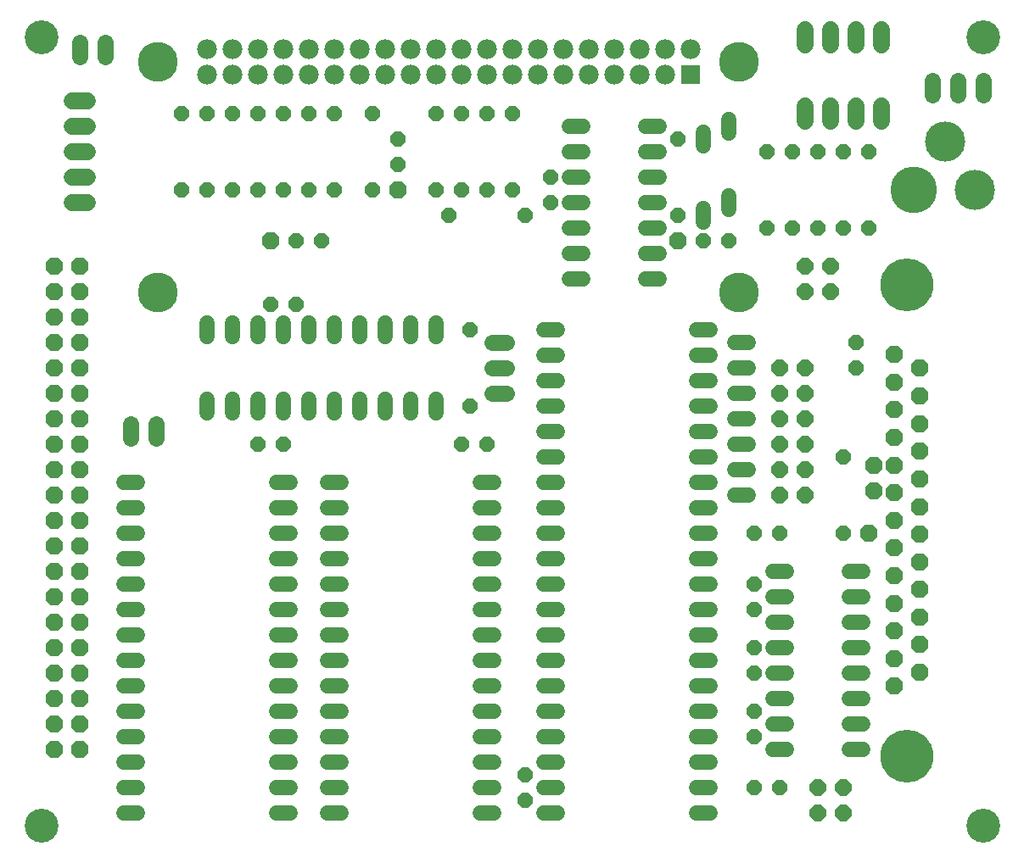
<source format=gts>
G75*
%MOIN*%
%OFA0B0*%
%FSLAX24Y24*%
%IPPOS*%
%LPD*%
%AMOC8*
5,1,8,0,0,1.08239X$1,22.5*
%
%ADD10C,0.1330*%
%ADD11OC8,0.0600*%
%ADD12C,0.0600*%
%ADD13C,0.0640*%
%ADD14OC8,0.0640*%
%ADD15C,0.0680*%
%ADD16OC8,0.0680*%
%ADD17C,0.2080*%
%ADD18R,0.0780X0.0780*%
%ADD19C,0.0780*%
%ADD20C,0.1563*%
%ADD21C,0.1830*%
%ADD22C,0.1580*%
D10*
X001680Y001680D03*
X038680Y001680D03*
X038680Y032680D03*
X001680Y032680D03*
D11*
X007180Y029680D03*
X008180Y029680D03*
X009180Y029680D03*
X010180Y029680D03*
X011180Y029680D03*
X012180Y029680D03*
X013180Y029680D03*
X014680Y029680D03*
X015680Y028680D03*
X015680Y027680D03*
X014680Y026680D03*
X013180Y026680D03*
X012180Y026680D03*
X011180Y026680D03*
X010180Y026680D03*
X009180Y026680D03*
X008180Y026680D03*
X007180Y026680D03*
X011680Y024680D03*
X012680Y024680D03*
X011680Y022180D03*
X010680Y022180D03*
X010180Y016680D03*
X011180Y016680D03*
X018180Y016680D03*
X019180Y016680D03*
X018530Y018180D03*
X018530Y021180D03*
X017680Y025680D03*
X017180Y026680D03*
X018180Y026680D03*
X019180Y026680D03*
X020180Y026680D03*
X020680Y025680D03*
X021680Y026180D03*
X021680Y027180D03*
X020180Y029680D03*
X019180Y029680D03*
X018180Y029680D03*
X017180Y029680D03*
X026680Y028680D03*
X030180Y028180D03*
X031180Y028180D03*
X032180Y028180D03*
X033180Y028180D03*
X034180Y028180D03*
X034180Y025180D03*
X033180Y025180D03*
X032180Y025180D03*
X031180Y025180D03*
X030180Y025180D03*
X028680Y024680D03*
X027680Y024680D03*
X026680Y025680D03*
X033680Y020680D03*
X033680Y019680D03*
X033180Y016180D03*
X033180Y013180D03*
X030680Y013180D03*
X029680Y013180D03*
X029680Y011180D03*
X029680Y010180D03*
X029680Y008680D03*
X029680Y007680D03*
X029680Y006180D03*
X029680Y005180D03*
X029680Y003180D03*
X030680Y003180D03*
X020680Y002680D03*
X020680Y003680D03*
D12*
X021420Y003180D02*
X021940Y003180D01*
X021940Y004180D02*
X021420Y004180D01*
X021420Y005180D02*
X021940Y005180D01*
X021940Y006180D02*
X021420Y006180D01*
X021420Y007180D02*
X021940Y007180D01*
X021940Y008180D02*
X021420Y008180D01*
X021420Y009180D02*
X021940Y009180D01*
X021940Y010180D02*
X021420Y010180D01*
X021420Y011180D02*
X021940Y011180D01*
X021940Y012180D02*
X021420Y012180D01*
X021420Y013180D02*
X021940Y013180D01*
X021940Y014180D02*
X021420Y014180D01*
X021420Y015180D02*
X021940Y015180D01*
X021940Y016180D02*
X021420Y016180D01*
X021420Y017180D02*
X021940Y017180D01*
X021940Y018180D02*
X021420Y018180D01*
X021420Y019180D02*
X021940Y019180D01*
X021940Y020180D02*
X021420Y020180D01*
X021420Y021180D02*
X021940Y021180D01*
X022420Y023180D02*
X022940Y023180D01*
X022940Y024180D02*
X022420Y024180D01*
X022420Y025180D02*
X022940Y025180D01*
X022940Y026180D02*
X022420Y026180D01*
X022420Y027180D02*
X022940Y027180D01*
X022940Y028180D02*
X022420Y028180D01*
X022420Y029180D02*
X022940Y029180D01*
X025420Y029180D02*
X025940Y029180D01*
X025940Y028180D02*
X025420Y028180D01*
X025420Y027180D02*
X025940Y027180D01*
X025940Y026180D02*
X025420Y026180D01*
X025420Y025180D02*
X025940Y025180D01*
X025940Y024180D02*
X025420Y024180D01*
X025420Y023180D02*
X025940Y023180D01*
X027420Y021180D02*
X027940Y021180D01*
X028920Y020680D02*
X029440Y020680D01*
X029440Y019680D02*
X028920Y019680D01*
X027940Y019180D02*
X027420Y019180D01*
X027420Y020180D02*
X027940Y020180D01*
X028920Y018680D02*
X029440Y018680D01*
X029440Y017680D02*
X028920Y017680D01*
X027940Y018180D02*
X027420Y018180D01*
X027420Y017180D02*
X027940Y017180D01*
X028920Y016680D02*
X029440Y016680D01*
X029440Y015680D02*
X028920Y015680D01*
X028920Y014680D02*
X029440Y014680D01*
X027940Y014180D02*
X027420Y014180D01*
X027420Y013180D02*
X027940Y013180D01*
X027940Y012180D02*
X027420Y012180D01*
X027420Y011180D02*
X027940Y011180D01*
X027940Y010180D02*
X027420Y010180D01*
X027420Y009180D02*
X027940Y009180D01*
X027940Y008180D02*
X027420Y008180D01*
X027420Y007180D02*
X027940Y007180D01*
X027940Y006180D02*
X027420Y006180D01*
X027420Y005180D02*
X027940Y005180D01*
X027940Y004180D02*
X027420Y004180D01*
X027420Y003180D02*
X027940Y003180D01*
X027940Y002180D02*
X027420Y002180D01*
X030420Y004680D02*
X030940Y004680D01*
X030940Y005680D02*
X030420Y005680D01*
X030420Y006680D02*
X030940Y006680D01*
X030940Y007680D02*
X030420Y007680D01*
X030420Y008680D02*
X030940Y008680D01*
X030940Y009680D02*
X030420Y009680D01*
X030420Y010680D02*
X030940Y010680D01*
X030940Y011680D02*
X030420Y011680D01*
X033420Y011680D02*
X033940Y011680D01*
X033940Y010680D02*
X033420Y010680D01*
X033420Y009680D02*
X033940Y009680D01*
X033940Y008680D02*
X033420Y008680D01*
X033420Y007680D02*
X033940Y007680D01*
X033940Y006680D02*
X033420Y006680D01*
X033420Y005680D02*
X033940Y005680D01*
X033940Y004680D02*
X033420Y004680D01*
X021940Y002180D02*
X021420Y002180D01*
X019440Y002180D02*
X018920Y002180D01*
X018920Y003180D02*
X019440Y003180D01*
X019440Y004180D02*
X018920Y004180D01*
X018920Y005180D02*
X019440Y005180D01*
X019440Y006180D02*
X018920Y006180D01*
X018920Y007180D02*
X019440Y007180D01*
X019440Y008180D02*
X018920Y008180D01*
X018920Y009180D02*
X019440Y009180D01*
X019440Y010180D02*
X018920Y010180D01*
X018920Y011180D02*
X019440Y011180D01*
X019440Y012180D02*
X018920Y012180D01*
X018920Y013180D02*
X019440Y013180D01*
X019440Y014180D02*
X018920Y014180D01*
X018920Y015180D02*
X019440Y015180D01*
X017180Y017920D02*
X017180Y018440D01*
X016180Y018440D02*
X016180Y017920D01*
X015180Y017920D02*
X015180Y018440D01*
X014180Y018440D02*
X014180Y017920D01*
X013180Y017920D02*
X013180Y018440D01*
X012180Y018440D02*
X012180Y017920D01*
X011180Y017920D02*
X011180Y018440D01*
X010180Y018440D02*
X010180Y017920D01*
X009180Y017920D02*
X009180Y018440D01*
X008180Y018440D02*
X008180Y017920D01*
X005440Y015180D02*
X004920Y015180D01*
X004920Y014180D02*
X005440Y014180D01*
X005440Y013180D02*
X004920Y013180D01*
X004920Y012180D02*
X005440Y012180D01*
X005440Y011180D02*
X004920Y011180D01*
X004920Y010180D02*
X005440Y010180D01*
X005440Y009180D02*
X004920Y009180D01*
X004920Y008180D02*
X005440Y008180D01*
X005440Y007180D02*
X004920Y007180D01*
X004920Y006180D02*
X005440Y006180D01*
X005440Y005180D02*
X004920Y005180D01*
X004920Y004180D02*
X005440Y004180D01*
X005440Y003180D02*
X004920Y003180D01*
X004920Y002180D02*
X005440Y002180D01*
X010920Y002180D02*
X011440Y002180D01*
X011440Y003180D02*
X010920Y003180D01*
X010920Y004180D02*
X011440Y004180D01*
X011440Y005180D02*
X010920Y005180D01*
X010920Y006180D02*
X011440Y006180D01*
X011440Y007180D02*
X010920Y007180D01*
X010920Y008180D02*
X011440Y008180D01*
X011440Y009180D02*
X010920Y009180D01*
X010920Y010180D02*
X011440Y010180D01*
X011440Y011180D02*
X010920Y011180D01*
X010920Y012180D02*
X011440Y012180D01*
X011440Y013180D02*
X010920Y013180D01*
X010920Y014180D02*
X011440Y014180D01*
X011440Y015180D02*
X010920Y015180D01*
X012920Y015180D02*
X013440Y015180D01*
X013440Y014180D02*
X012920Y014180D01*
X012920Y013180D02*
X013440Y013180D01*
X013440Y012180D02*
X012920Y012180D01*
X012920Y011180D02*
X013440Y011180D01*
X013440Y010180D02*
X012920Y010180D01*
X012920Y009180D02*
X013440Y009180D01*
X013440Y008180D02*
X012920Y008180D01*
X012920Y007180D02*
X013440Y007180D01*
X013440Y006180D02*
X012920Y006180D01*
X012920Y005180D02*
X013440Y005180D01*
X013440Y004180D02*
X012920Y004180D01*
X012920Y003180D02*
X013440Y003180D01*
X013440Y002180D02*
X012920Y002180D01*
X027420Y015180D02*
X027940Y015180D01*
X027940Y016180D02*
X027420Y016180D01*
X017180Y020920D02*
X017180Y021440D01*
X016180Y021440D02*
X016180Y020920D01*
X015180Y020920D02*
X015180Y021440D01*
X014180Y021440D02*
X014180Y020920D01*
X013180Y020920D02*
X013180Y021440D01*
X012180Y021440D02*
X012180Y020920D01*
X011180Y020920D02*
X011180Y021440D01*
X010180Y021440D02*
X010180Y020920D01*
X009180Y020920D02*
X009180Y021440D01*
X008180Y021440D02*
X008180Y020920D01*
X027680Y025420D02*
X027680Y025940D01*
X028680Y025920D02*
X028680Y026440D01*
X027680Y028420D02*
X027680Y028940D01*
X028680Y028920D02*
X028680Y029440D01*
D13*
X036680Y030400D02*
X036680Y030960D01*
X037680Y030960D02*
X037680Y030400D01*
X038680Y030400D02*
X038680Y030960D01*
X019960Y020680D02*
X019400Y020680D01*
X019400Y019680D02*
X019960Y019680D01*
X019960Y018680D02*
X019400Y018680D01*
X006180Y017460D02*
X006180Y016900D01*
X005180Y016900D02*
X005180Y017460D01*
X004180Y031900D02*
X004180Y032460D01*
X003180Y032460D02*
X003180Y031900D01*
D14*
X030680Y019680D03*
X031680Y019680D03*
X031680Y018680D03*
X030680Y018680D03*
X030680Y017680D03*
X031680Y017680D03*
X031680Y016680D03*
X030680Y016680D03*
X030680Y015680D03*
X030680Y014680D03*
X031680Y014680D03*
X031680Y015680D03*
X031680Y022680D03*
X031680Y023680D03*
X032680Y023680D03*
X032680Y022680D03*
X032180Y003180D03*
X033180Y003180D03*
X033180Y002180D03*
X032180Y002180D03*
D15*
X003480Y026180D02*
X002880Y026180D01*
X002880Y027180D02*
X003480Y027180D01*
X003480Y028180D02*
X002880Y028180D01*
X002880Y029180D02*
X003480Y029180D01*
X003480Y030180D02*
X002880Y030180D01*
X031680Y029980D02*
X031680Y029380D01*
X032680Y029380D02*
X032680Y029980D01*
X033680Y029980D02*
X033680Y029380D01*
X034680Y029380D02*
X034680Y029980D01*
X034680Y032380D02*
X034680Y032980D01*
X033680Y032980D02*
X033680Y032380D01*
X032680Y032380D02*
X032680Y032980D01*
X031680Y032980D02*
X031680Y032380D01*
D16*
X026680Y024680D03*
X035180Y020200D03*
X036180Y019660D03*
X035180Y019110D03*
X036180Y018570D03*
X035180Y018030D03*
X036180Y017480D03*
X035180Y016940D03*
X036180Y016400D03*
X035180Y015850D03*
X034380Y015830D03*
X034380Y014830D03*
X035180Y014770D03*
X036180Y015310D03*
X036180Y014220D03*
X035180Y013680D03*
X036180Y013140D03*
X035180Y012590D03*
X036180Y012050D03*
X035180Y011510D03*
X036180Y010960D03*
X035180Y010420D03*
X036180Y009880D03*
X035180Y009330D03*
X036180Y008790D03*
X035180Y008250D03*
X036180Y007700D03*
X035180Y007160D03*
X034180Y013180D03*
X015680Y026680D03*
X010680Y024680D03*
X003180Y023680D03*
X003180Y022680D03*
X002180Y022680D03*
X002180Y023680D03*
X002180Y021680D03*
X003180Y021680D03*
X003180Y020680D03*
X002180Y020680D03*
X002180Y019680D03*
X003180Y019680D03*
X003180Y018680D03*
X002180Y018680D03*
X002180Y017680D03*
X003180Y017680D03*
X003180Y016680D03*
X002180Y016680D03*
X002180Y015680D03*
X002180Y014680D03*
X003180Y014680D03*
X003180Y015680D03*
X003180Y013680D03*
X002180Y013680D03*
X002180Y012680D03*
X003180Y012680D03*
X003180Y011680D03*
X002180Y011680D03*
X002180Y010680D03*
X003180Y010680D03*
X003180Y009680D03*
X002180Y009680D03*
X002180Y008680D03*
X002180Y007680D03*
X003180Y007680D03*
X003180Y008680D03*
X003180Y006680D03*
X002180Y006680D03*
X002180Y005680D03*
X003180Y005680D03*
X003180Y004680D03*
X002180Y004680D03*
D17*
X035680Y004420D03*
X035680Y022940D03*
D18*
X027180Y031208D03*
D19*
X026180Y031208D03*
X026180Y032208D03*
X027180Y032208D03*
X025180Y032208D03*
X024180Y032208D03*
X023180Y032208D03*
X022180Y032208D03*
X021180Y032208D03*
X020180Y032208D03*
X019180Y032208D03*
X018180Y032208D03*
X017180Y032208D03*
X016180Y032208D03*
X015180Y032208D03*
X014180Y032208D03*
X013180Y032208D03*
X012180Y032208D03*
X011180Y032208D03*
X010180Y032208D03*
X009180Y032208D03*
X008180Y032208D03*
X008180Y031208D03*
X009180Y031208D03*
X010180Y031208D03*
X011180Y031208D03*
X012180Y031208D03*
X013180Y031208D03*
X014180Y031208D03*
X015180Y031208D03*
X016180Y031208D03*
X017180Y031208D03*
X018180Y031208D03*
X019180Y031208D03*
X020180Y031208D03*
X021180Y031208D03*
X022180Y031208D03*
X023180Y031208D03*
X024180Y031208D03*
X025180Y031208D03*
D20*
X029097Y031708D03*
X029097Y022652D03*
X006263Y022652D03*
X006263Y031708D03*
D21*
X035960Y026680D03*
D22*
X037180Y028570D03*
X038361Y026680D03*
M02*

</source>
